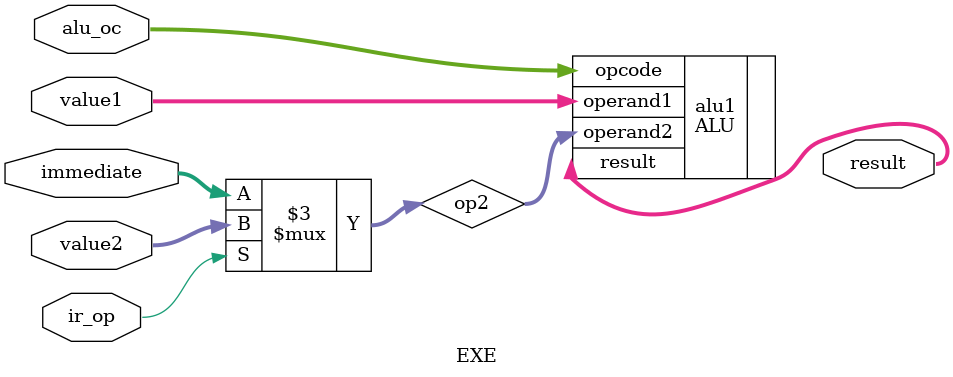
<source format=v>
module EXE(value1, value2, immediate, alu_oc, ir_op, result);

    input [31:0]        value1, value2, immediate; 
    input [2:0]         alu_oc;
    input               ir_op;
    output wire [31:0]   result;

    reg [31:0]          op2;
    ALU alu1(
        .operand1 (value1),
        .operand2 (op2),
        .opcode (alu_oc),
        .result (result)
    );

    always @(*)
    begin

        if (ir_op)              // Loads immediate into the ALU on 0, and the register value on 1
        begin
            op2 <= value2;      // Loading value returned by Registers
        end else
        begin
            op2 <= immediate;   // Loading immediate value from ID
        end

    end

endmodule
</source>
